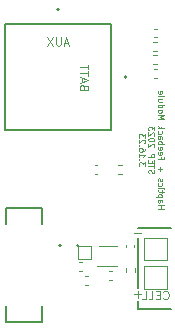
<source format=gbr>
%TF.GenerationSoftware,KiCad,Pcbnew,(6.0.11-0)*%
%TF.CreationDate,2023-03-16T18:41:31-05:00*%
%TF.ProjectId,STEP,53544550-2e6b-4696-9361-645f70636258,rev?*%
%TF.SameCoordinates,Original*%
%TF.FileFunction,Legend,Bot*%
%TF.FilePolarity,Positive*%
%FSLAX46Y46*%
G04 Gerber Fmt 4.6, Leading zero omitted, Abs format (unit mm)*
G04 Created by KiCad (PCBNEW (6.0.11-0)) date 2023-03-16 18:41:31*
%MOMM*%
%LPD*%
G01*
G04 APERTURE LIST*
%ADD10C,0.100000*%
%ADD11C,0.150000*%
%ADD12C,0.200000*%
%ADD13C,0.127000*%
%ADD14C,0.120000*%
%ADD15C,0.050000*%
G04 APERTURE END LIST*
D10*
X104591809Y-111910190D02*
X105091809Y-111910190D01*
X104853714Y-111910190D02*
X104853714Y-111624476D01*
X104591809Y-111624476D02*
X105091809Y-111624476D01*
X104591809Y-111172095D02*
X104853714Y-111172095D01*
X104901333Y-111195904D01*
X104925142Y-111243523D01*
X104925142Y-111338761D01*
X104901333Y-111386380D01*
X104615619Y-111172095D02*
X104591809Y-111219714D01*
X104591809Y-111338761D01*
X104615619Y-111386380D01*
X104663238Y-111410190D01*
X104710857Y-111410190D01*
X104758476Y-111386380D01*
X104782285Y-111338761D01*
X104782285Y-111219714D01*
X104806095Y-111172095D01*
X104925142Y-110934000D02*
X104425142Y-110934000D01*
X104901333Y-110934000D02*
X104925142Y-110886380D01*
X104925142Y-110791142D01*
X104901333Y-110743523D01*
X104877523Y-110719714D01*
X104829904Y-110695904D01*
X104687047Y-110695904D01*
X104639428Y-110719714D01*
X104615619Y-110743523D01*
X104591809Y-110791142D01*
X104591809Y-110886380D01*
X104615619Y-110934000D01*
X104925142Y-110553047D02*
X104925142Y-110362571D01*
X105091809Y-110481619D02*
X104663238Y-110481619D01*
X104615619Y-110457809D01*
X104591809Y-110410190D01*
X104591809Y-110362571D01*
X104591809Y-110195904D02*
X104925142Y-110195904D01*
X105091809Y-110195904D02*
X105068000Y-110219714D01*
X105044190Y-110195904D01*
X105068000Y-110172095D01*
X105091809Y-110195904D01*
X105044190Y-110195904D01*
X104615619Y-109743523D02*
X104591809Y-109791142D01*
X104591809Y-109886380D01*
X104615619Y-109934000D01*
X104639428Y-109957809D01*
X104687047Y-109981619D01*
X104829904Y-109981619D01*
X104877523Y-109957809D01*
X104901333Y-109934000D01*
X104925142Y-109886380D01*
X104925142Y-109791142D01*
X104901333Y-109743523D01*
X104615619Y-109553047D02*
X104591809Y-109505428D01*
X104591809Y-109410190D01*
X104615619Y-109362571D01*
X104663238Y-109338761D01*
X104687047Y-109338761D01*
X104734666Y-109362571D01*
X104758476Y-109410190D01*
X104758476Y-109481619D01*
X104782285Y-109529238D01*
X104829904Y-109553047D01*
X104853714Y-109553047D01*
X104901333Y-109529238D01*
X104925142Y-109481619D01*
X104925142Y-109410190D01*
X104901333Y-109362571D01*
X104782285Y-108743523D02*
X104782285Y-108362571D01*
X104591809Y-108553047D02*
X104972761Y-108553047D01*
X104853714Y-107576857D02*
X104853714Y-107743523D01*
X104591809Y-107743523D02*
X105091809Y-107743523D01*
X105091809Y-107505428D01*
X104615619Y-107124476D02*
X104591809Y-107172095D01*
X104591809Y-107267333D01*
X104615619Y-107314952D01*
X104663238Y-107338761D01*
X104853714Y-107338761D01*
X104901333Y-107314952D01*
X104925142Y-107267333D01*
X104925142Y-107172095D01*
X104901333Y-107124476D01*
X104853714Y-107100666D01*
X104806095Y-107100666D01*
X104758476Y-107338761D01*
X104615619Y-106695904D02*
X104591809Y-106743523D01*
X104591809Y-106838761D01*
X104615619Y-106886380D01*
X104663238Y-106910190D01*
X104853714Y-106910190D01*
X104901333Y-106886380D01*
X104925142Y-106838761D01*
X104925142Y-106743523D01*
X104901333Y-106695904D01*
X104853714Y-106672095D01*
X104806095Y-106672095D01*
X104758476Y-106910190D01*
X104591809Y-106457809D02*
X105091809Y-106457809D01*
X104901333Y-106457809D02*
X104925142Y-106410190D01*
X104925142Y-106314952D01*
X104901333Y-106267333D01*
X104877523Y-106243523D01*
X104829904Y-106219714D01*
X104687047Y-106219714D01*
X104639428Y-106243523D01*
X104615619Y-106267333D01*
X104591809Y-106314952D01*
X104591809Y-106410190D01*
X104615619Y-106457809D01*
X104591809Y-105791142D02*
X104853714Y-105791142D01*
X104901333Y-105814952D01*
X104925142Y-105862571D01*
X104925142Y-105957809D01*
X104901333Y-106005428D01*
X104615619Y-105791142D02*
X104591809Y-105838761D01*
X104591809Y-105957809D01*
X104615619Y-106005428D01*
X104663238Y-106029238D01*
X104710857Y-106029238D01*
X104758476Y-106005428D01*
X104782285Y-105957809D01*
X104782285Y-105838761D01*
X104806095Y-105791142D01*
X104615619Y-105338761D02*
X104591809Y-105386380D01*
X104591809Y-105481619D01*
X104615619Y-105529238D01*
X104639428Y-105553047D01*
X104687047Y-105576857D01*
X104829904Y-105576857D01*
X104877523Y-105553047D01*
X104901333Y-105529238D01*
X104925142Y-105481619D01*
X104925142Y-105386380D01*
X104901333Y-105338761D01*
X104591809Y-105124476D02*
X105091809Y-105124476D01*
X104782285Y-105076857D02*
X104591809Y-104934000D01*
X104925142Y-104934000D02*
X104734666Y-105124476D01*
X104591809Y-104338761D02*
X105091809Y-104338761D01*
X104734666Y-104172095D01*
X105091809Y-104005428D01*
X104591809Y-104005428D01*
X104591809Y-103695904D02*
X104615619Y-103743523D01*
X104639428Y-103767333D01*
X104687047Y-103791142D01*
X104829904Y-103791142D01*
X104877523Y-103767333D01*
X104901333Y-103743523D01*
X104925142Y-103695904D01*
X104925142Y-103624476D01*
X104901333Y-103576857D01*
X104877523Y-103553047D01*
X104829904Y-103529238D01*
X104687047Y-103529238D01*
X104639428Y-103553047D01*
X104615619Y-103576857D01*
X104591809Y-103624476D01*
X104591809Y-103695904D01*
X104591809Y-103100666D02*
X105091809Y-103100666D01*
X104615619Y-103100666D02*
X104591809Y-103148285D01*
X104591809Y-103243523D01*
X104615619Y-103291142D01*
X104639428Y-103314952D01*
X104687047Y-103338761D01*
X104829904Y-103338761D01*
X104877523Y-103314952D01*
X104901333Y-103291142D01*
X104925142Y-103243523D01*
X104925142Y-103148285D01*
X104901333Y-103100666D01*
X104925142Y-102648285D02*
X104591809Y-102648285D01*
X104925142Y-102862571D02*
X104663238Y-102862571D01*
X104615619Y-102838761D01*
X104591809Y-102791142D01*
X104591809Y-102719714D01*
X104615619Y-102672095D01*
X104639428Y-102648285D01*
X104591809Y-102338761D02*
X104615619Y-102386380D01*
X104663238Y-102410190D01*
X105091809Y-102410190D01*
X104615619Y-101957809D02*
X104591809Y-102005428D01*
X104591809Y-102100666D01*
X104615619Y-102148285D01*
X104663238Y-102172095D01*
X104853714Y-102172095D01*
X104901333Y-102148285D01*
X104925142Y-102100666D01*
X104925142Y-102005428D01*
X104901333Y-101957809D01*
X104853714Y-101934000D01*
X104806095Y-101934000D01*
X104758476Y-102172095D01*
X103810619Y-108886380D02*
X103786809Y-108814952D01*
X103786809Y-108695904D01*
X103810619Y-108648285D01*
X103834428Y-108624476D01*
X103882047Y-108600666D01*
X103929666Y-108600666D01*
X103977285Y-108624476D01*
X104001095Y-108648285D01*
X104024904Y-108695904D01*
X104048714Y-108791142D01*
X104072523Y-108838761D01*
X104096333Y-108862571D01*
X104143952Y-108886380D01*
X104191571Y-108886380D01*
X104239190Y-108862571D01*
X104263000Y-108838761D01*
X104286809Y-108791142D01*
X104286809Y-108672095D01*
X104263000Y-108600666D01*
X104286809Y-108457809D02*
X104286809Y-108172095D01*
X103786809Y-108314952D02*
X104286809Y-108314952D01*
X104048714Y-108005428D02*
X104048714Y-107838761D01*
X103786809Y-107767333D02*
X103786809Y-108005428D01*
X104286809Y-108005428D01*
X104286809Y-107767333D01*
X103786809Y-107553047D02*
X104286809Y-107553047D01*
X104286809Y-107362571D01*
X104263000Y-107314952D01*
X104239190Y-107291142D01*
X104191571Y-107267333D01*
X104120142Y-107267333D01*
X104072523Y-107291142D01*
X104048714Y-107314952D01*
X104024904Y-107362571D01*
X104024904Y-107553047D01*
X104239190Y-106695904D02*
X104263000Y-106672095D01*
X104286809Y-106624476D01*
X104286809Y-106505428D01*
X104263000Y-106457809D01*
X104239190Y-106434000D01*
X104191571Y-106410190D01*
X104143952Y-106410190D01*
X104072523Y-106434000D01*
X103786809Y-106719714D01*
X103786809Y-106410190D01*
X104286809Y-106100666D02*
X104286809Y-106053047D01*
X104263000Y-106005428D01*
X104239190Y-105981619D01*
X104191571Y-105957809D01*
X104096333Y-105934000D01*
X103977285Y-105934000D01*
X103882047Y-105957809D01*
X103834428Y-105981619D01*
X103810619Y-106005428D01*
X103786809Y-106053047D01*
X103786809Y-106100666D01*
X103810619Y-106148285D01*
X103834428Y-106172095D01*
X103882047Y-106195904D01*
X103977285Y-106219714D01*
X104096333Y-106219714D01*
X104191571Y-106195904D01*
X104239190Y-106172095D01*
X104263000Y-106148285D01*
X104286809Y-106100666D01*
X104239190Y-105743523D02*
X104263000Y-105719714D01*
X104286809Y-105672095D01*
X104286809Y-105553047D01*
X104263000Y-105505428D01*
X104239190Y-105481619D01*
X104191571Y-105457809D01*
X104143952Y-105457809D01*
X104072523Y-105481619D01*
X103786809Y-105767333D01*
X103786809Y-105457809D01*
X104286809Y-105291142D02*
X104286809Y-104981619D01*
X104096333Y-105148285D01*
X104096333Y-105076857D01*
X104072523Y-105029238D01*
X104048714Y-105005428D01*
X104001095Y-104981619D01*
X103882047Y-104981619D01*
X103834428Y-105005428D01*
X103810619Y-105029238D01*
X103786809Y-105076857D01*
X103786809Y-105219714D01*
X103810619Y-105267333D01*
X103834428Y-105291142D01*
X103481809Y-108291142D02*
X103481809Y-107981619D01*
X103291333Y-108148285D01*
X103291333Y-108076857D01*
X103267523Y-108029238D01*
X103243714Y-108005428D01*
X103196095Y-107981619D01*
X103077047Y-107981619D01*
X103029428Y-108005428D01*
X103005619Y-108029238D01*
X102981809Y-108076857D01*
X102981809Y-108219714D01*
X103005619Y-108267333D01*
X103029428Y-108291142D01*
X103029428Y-107767333D02*
X103005619Y-107743523D01*
X102981809Y-107767333D01*
X103005619Y-107791142D01*
X103029428Y-107767333D01*
X102981809Y-107767333D01*
X102981809Y-107267333D02*
X102981809Y-107553047D01*
X102981809Y-107410190D02*
X103481809Y-107410190D01*
X103410380Y-107457809D01*
X103362761Y-107505428D01*
X103338952Y-107553047D01*
X103481809Y-106838761D02*
X103481809Y-106934000D01*
X103458000Y-106981619D01*
X103434190Y-107005428D01*
X103362761Y-107053047D01*
X103267523Y-107076857D01*
X103077047Y-107076857D01*
X103029428Y-107053047D01*
X103005619Y-107029238D01*
X102981809Y-106981619D01*
X102981809Y-106886380D01*
X103005619Y-106838761D01*
X103029428Y-106814952D01*
X103077047Y-106791142D01*
X103196095Y-106791142D01*
X103243714Y-106814952D01*
X103267523Y-106838761D01*
X103291333Y-106886380D01*
X103291333Y-106981619D01*
X103267523Y-107029238D01*
X103243714Y-107053047D01*
X103196095Y-107076857D01*
X103029428Y-106576857D02*
X103005619Y-106553047D01*
X102981809Y-106576857D01*
X103005619Y-106600666D01*
X103029428Y-106576857D01*
X102981809Y-106576857D01*
X103434190Y-106362571D02*
X103458000Y-106338761D01*
X103481809Y-106291142D01*
X103481809Y-106172095D01*
X103458000Y-106124476D01*
X103434190Y-106100666D01*
X103386571Y-106076857D01*
X103338952Y-106076857D01*
X103267523Y-106100666D01*
X102981809Y-106386380D01*
X102981809Y-106076857D01*
X103481809Y-105910190D02*
X103481809Y-105600666D01*
X103291333Y-105767333D01*
X103291333Y-105695904D01*
X103267523Y-105648285D01*
X103243714Y-105624476D01*
X103196095Y-105600666D01*
X103077047Y-105600666D01*
X103029428Y-105624476D01*
X103005619Y-105648285D01*
X102981809Y-105695904D01*
X102981809Y-105838761D01*
X103005619Y-105886380D01*
X103029428Y-105910190D01*
D11*
X102870000Y-113538000D02*
X105664000Y-113538000D01*
X102870000Y-118618000D02*
X102870000Y-114427000D01*
X102870000Y-120396000D02*
X102870000Y-119761000D01*
X105664000Y-120396000D02*
X102870000Y-120396000D01*
D10*
X105060666Y-119503000D02*
X105094000Y-119536333D01*
X105194000Y-119569666D01*
X105260666Y-119569666D01*
X105360666Y-119536333D01*
X105427333Y-119469666D01*
X105460666Y-119403000D01*
X105494000Y-119269666D01*
X105494000Y-119169666D01*
X105460666Y-119036333D01*
X105427333Y-118969666D01*
X105360666Y-118903000D01*
X105260666Y-118869666D01*
X105194000Y-118869666D01*
X105094000Y-118903000D01*
X105060666Y-118936333D01*
X104760666Y-119203000D02*
X104527333Y-119203000D01*
X104427333Y-119569666D02*
X104760666Y-119569666D01*
X104760666Y-118869666D01*
X104427333Y-118869666D01*
X103794000Y-119569666D02*
X104127333Y-119569666D01*
X104127333Y-118869666D01*
X103227333Y-119569666D02*
X103560666Y-119569666D01*
X103560666Y-118869666D01*
X103136666Y-119176000D02*
X102603333Y-119176000D01*
X102870000Y-119442666D02*
X102870000Y-118909333D01*
X103136666Y-113969000D02*
X102603333Y-113969000D01*
X97005666Y-97906666D02*
X96672333Y-97906666D01*
X97072333Y-98106666D02*
X96839000Y-97406666D01*
X96605666Y-98106666D01*
X96372333Y-97406666D02*
X96372333Y-97973333D01*
X96339000Y-98040000D01*
X96305666Y-98073333D01*
X96239000Y-98106666D01*
X96105666Y-98106666D01*
X96039000Y-98073333D01*
X96005666Y-98040000D01*
X95972333Y-97973333D01*
X95972333Y-97406666D01*
X95705666Y-97406666D02*
X95239000Y-98106666D01*
X95239000Y-97406666D02*
X95705666Y-98106666D01*
X98348000Y-101621333D02*
X98314666Y-101521333D01*
X98281333Y-101488000D01*
X98214666Y-101454666D01*
X98114666Y-101454666D01*
X98048000Y-101488000D01*
X98014666Y-101521333D01*
X97981333Y-101588000D01*
X97981333Y-101854666D01*
X98681333Y-101854666D01*
X98681333Y-101621333D01*
X98648000Y-101554666D01*
X98614666Y-101521333D01*
X98548000Y-101488000D01*
X98481333Y-101488000D01*
X98414666Y-101521333D01*
X98381333Y-101554666D01*
X98348000Y-101621333D01*
X98348000Y-101854666D01*
X98181333Y-101188000D02*
X98181333Y-100854666D01*
X97981333Y-101254666D02*
X98681333Y-101021333D01*
X97981333Y-100788000D01*
X98681333Y-100654666D02*
X98681333Y-100254666D01*
X97981333Y-100454666D02*
X98681333Y-100454666D01*
X98681333Y-100121333D02*
X98681333Y-99721333D01*
X97981333Y-99921333D02*
X98681333Y-99921333D01*
D12*
%TO.C,J1*%
X96415500Y-115033000D02*
G75*
G03*
X96415500Y-115033000I-100000J0D01*
G01*
D13*
X94765500Y-120189000D02*
X94765500Y-121539000D01*
X91765500Y-121539000D02*
X91765500Y-120189000D01*
X91765500Y-111883000D02*
X94765500Y-111883000D01*
X91765500Y-113233000D02*
X91765500Y-111883000D01*
X94765500Y-111883000D02*
X94765500Y-113233000D01*
X94765500Y-121539000D02*
X91765500Y-121539000D01*
%TO.C,U8*%
X100639000Y-98749500D02*
X100639000Y-96269500D01*
X100639000Y-96269500D02*
X91639000Y-96269500D01*
X91639000Y-96269500D02*
X91639000Y-98749500D01*
X91639000Y-102789500D02*
X91639000Y-105269500D01*
X91639000Y-105269500D02*
X100639000Y-105269500D01*
X100639000Y-105269500D02*
X100639000Y-102789500D01*
D12*
X101939000Y-100769500D02*
G75*
G03*
X101939000Y-100769500I-100000J0D01*
G01*
%TO.C,U6*%
X96239000Y-95069500D02*
G75*
G03*
X96239000Y-95069500I-100000J0D01*
G01*
D13*
X100639000Y-96269500D02*
X98159000Y-96269500D01*
X100639000Y-105269500D02*
X100639000Y-96269500D01*
X98159000Y-105269500D02*
X100639000Y-105269500D01*
X91639000Y-105269500D02*
X94119000Y-105269500D01*
X91639000Y-96269500D02*
X91639000Y-105269500D01*
X94119000Y-96269500D02*
X91639000Y-96269500D01*
D14*
%TO.C,U2*%
X99445000Y-116793000D02*
X101145000Y-116793000D01*
X99595000Y-115093000D02*
X101145000Y-115093000D01*
%TO.C,TP2*%
X105344000Y-116781000D02*
X103444000Y-116781000D01*
X105344000Y-118681000D02*
X105344000Y-116781000D01*
X103444000Y-118681000D02*
X105344000Y-118681000D01*
X103444000Y-116781000D02*
X103444000Y-118681000D01*
%TO.C,TP1*%
X105344000Y-114368000D02*
X103444000Y-114368000D01*
X105344000Y-116268000D02*
X105344000Y-114368000D01*
X103444000Y-116268000D02*
X105344000Y-116268000D01*
X103444000Y-114368000D02*
X103444000Y-116268000D01*
%TO.C,R18*%
X104212359Y-99694000D02*
X104519641Y-99694000D01*
X104212359Y-98934000D02*
X104519641Y-98934000D01*
%TO.C,R17*%
X104519641Y-97791000D02*
X104212359Y-97791000D01*
X104519641Y-98551000D02*
X104212359Y-98551000D01*
%TO.C,R8*%
X101218359Y-108965000D02*
X101525641Y-108965000D01*
X101218359Y-108205000D02*
X101525641Y-108205000D01*
%TO.C,R4*%
X98705641Y-118363000D02*
X98398359Y-118363000D01*
X98705641Y-117603000D02*
X98398359Y-117603000D01*
%TO.C,R3*%
X100737641Y-117982000D02*
X100430359Y-117982000D01*
X100737641Y-117222000D02*
X100430359Y-117222000D01*
%TO.C,R2*%
X97890359Y-116460000D02*
X98197641Y-116460000D01*
X97890359Y-117220000D02*
X98197641Y-117220000D01*
%TO.C,R1*%
X102615000Y-116940359D02*
X102615000Y-117247641D01*
X101855000Y-116940359D02*
X101855000Y-117247641D01*
D15*
%TO.C,Q1*%
X97790500Y-115062500D02*
X97790500Y-116212500D01*
X98940500Y-115062500D02*
X98940500Y-116212500D01*
D14*
X97890500Y-115062500D02*
G75*
G03*
X97890500Y-115062500I-100000J0D01*
G01*
D15*
X97790500Y-116212500D02*
X98940500Y-116212500D01*
X97790500Y-115062500D02*
X98940500Y-115062500D01*
D14*
%TO.C,C17*%
X104473836Y-100817000D02*
X104258164Y-100817000D01*
X104473836Y-100097000D02*
X104258164Y-100097000D01*
%TO.C,C16*%
X104286164Y-96668000D02*
X104501836Y-96668000D01*
X104286164Y-97388000D02*
X104501836Y-97388000D01*
%TO.C,C7*%
X99449836Y-108945000D02*
X99234164Y-108945000D01*
X99449836Y-108225000D02*
X99234164Y-108225000D01*
%TO.C,C2*%
X102595000Y-115197836D02*
X102595000Y-114982164D01*
X101875000Y-115197836D02*
X101875000Y-114982164D01*
%TD*%
M02*

</source>
